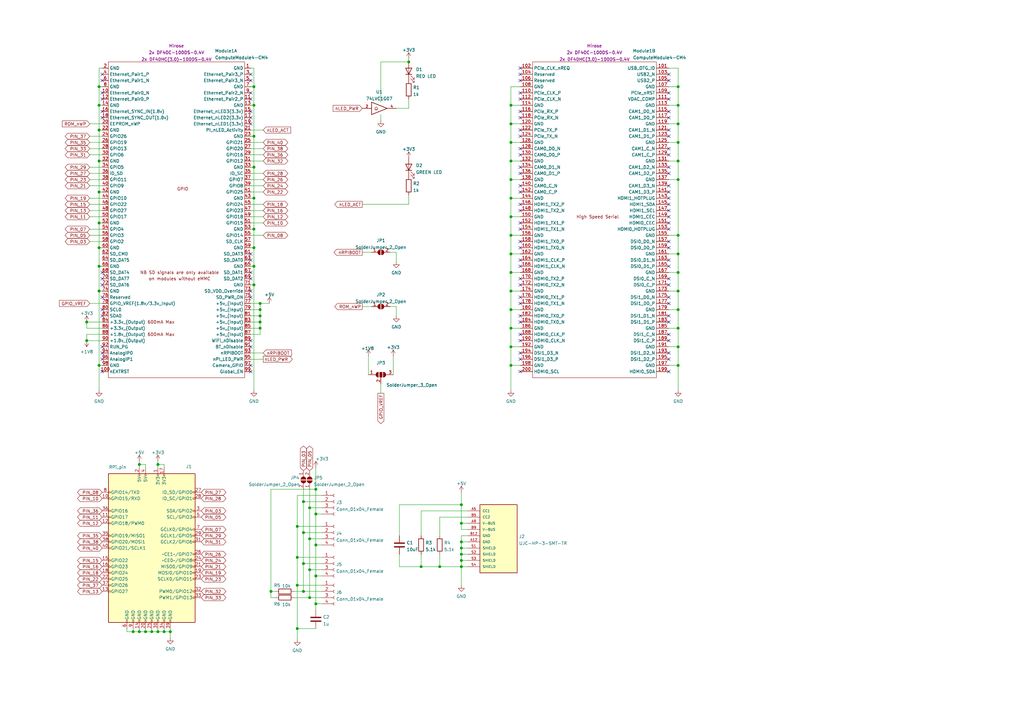
<source format=kicad_sch>
(kicad_sch (version 20210621) (generator eeschema)
  (paper "A3")
  (junction (at 35.56 132.08) (diameter 1.016))
  (junction (at 35.56 139.7) (diameter 1.016))
  (junction (at 40.64 35.56) (diameter 1.016))
  (junction (at 40.64 43.18) (diameter 1.016))
  (junction (at 40.64 53.34) (diameter 1.016))
  (junction (at 40.64 66.04) (diameter 1.016))
  (junction (at 40.64 78.74) (diameter 1.016))
  (junction (at 40.64 91.44) (diameter 1.016))
  (junction (at 40.64 101.6) (diameter 1.016))
  (junction (at 40.64 109.22) (diameter 1.016))
  (junction (at 40.64 119.38) (diameter 1.016))
  (junction (at 40.64 149.86) (diameter 1.016))
  (junction (at 54.61 259.08) (diameter 1.016))
  (junction (at 57.15 190.5) (diameter 1.016))
  (junction (at 57.15 259.08) (diameter 1.016))
  (junction (at 59.69 259.08) (diameter 1.016))
  (junction (at 62.23 259.08) (diameter 1.016))
  (junction (at 64.77 190.5) (diameter 1.016))
  (junction (at 64.77 259.08) (diameter 1.016))
  (junction (at 67.31 259.08) (diameter 1.016))
  (junction (at 69.85 259.08) (diameter 1.016))
  (junction (at 104.14 35.56) (diameter 1.016))
  (junction (at 104.14 43.18) (diameter 1.016))
  (junction (at 104.14 55.88) (diameter 1.016))
  (junction (at 104.14 68.58) (diameter 1.016))
  (junction (at 104.14 81.28) (diameter 1.016))
  (junction (at 104.14 93.98) (diameter 1.016))
  (junction (at 104.14 101.6) (diameter 1.016))
  (junction (at 104.14 109.22) (diameter 1.016))
  (junction (at 104.14 116.84) (diameter 1.016))
  (junction (at 106.68 124.46) (diameter 1.016))
  (junction (at 106.68 127) (diameter 1.016))
  (junction (at 106.68 129.54) (diameter 1.016))
  (junction (at 106.68 132.08) (diameter 1.016))
  (junction (at 106.68 134.62) (diameter 1.016))
  (junction (at 111.125 242.57) (diameter 1.016))
  (junction (at 121.92 215.9) (diameter 1.016))
  (junction (at 121.92 228.6) (diameter 1.016))
  (junction (at 121.92 240.03) (diameter 1.016))
  (junction (at 121.92 257.81) (diameter 1.016))
  (junction (at 124.46 205.74) (diameter 1.016))
  (junction (at 124.46 218.44) (diameter 1.016))
  (junction (at 124.46 231.14) (diameter 1.016))
  (junction (at 124.46 242.57) (diameter 1.016))
  (junction (at 127 208.28) (diameter 1.016))
  (junction (at 127 220.98) (diameter 1.016))
  (junction (at 127 233.68) (diameter 1.016))
  (junction (at 127 245.11) (diameter 1.016))
  (junction (at 129.54 200.66) (diameter 1.016))
  (junction (at 129.54 210.82) (diameter 1.016))
  (junction (at 129.54 223.52) (diameter 1.016))
  (junction (at 129.54 236.22) (diameter 1.016))
  (junction (at 129.54 247.65) (diameter 1.016))
  (junction (at 167.64 25.4) (diameter 1.016))
  (junction (at 172.72 232.41) (diameter 1.016))
  (junction (at 180.34 232.41) (diameter 1.016))
  (junction (at 189.23 207.01) (diameter 1.016))
  (junction (at 189.23 214.63) (diameter 1.016))
  (junction (at 189.23 222.25) (diameter 1.016))
  (junction (at 189.23 224.79) (diameter 1.016))
  (junction (at 189.23 227.33) (diameter 1.016))
  (junction (at 189.23 229.87) (diameter 1.016))
  (junction (at 189.23 232.41) (diameter 1.016))
  (junction (at 209.55 43.18) (diameter 1.016))
  (junction (at 209.55 50.8) (diameter 1.016))
  (junction (at 209.55 58.42) (diameter 1.016))
  (junction (at 209.55 66.04) (diameter 1.016))
  (junction (at 209.55 73.66) (diameter 1.016))
  (junction (at 209.55 81.28) (diameter 1.016))
  (junction (at 209.55 88.9) (diameter 1.016))
  (junction (at 209.55 96.52) (diameter 1.016))
  (junction (at 209.55 104.14) (diameter 1.016))
  (junction (at 209.55 111.76) (diameter 1.016))
  (junction (at 209.55 119.38) (diameter 1.016))
  (junction (at 209.55 127) (diameter 1.016))
  (junction (at 209.55 134.62) (diameter 1.016))
  (junction (at 209.55 142.24) (diameter 1.016))
  (junction (at 209.55 149.86) (diameter 1.016))
  (junction (at 278.13 35.56) (diameter 1.016))
  (junction (at 278.13 43.18) (diameter 1.016))
  (junction (at 278.13 50.8) (diameter 1.016))
  (junction (at 278.13 58.42) (diameter 1.016))
  (junction (at 278.13 66.04) (diameter 1.016))
  (junction (at 278.13 73.66) (diameter 1.016))
  (junction (at 278.13 96.52) (diameter 1.016))
  (junction (at 278.13 104.14) (diameter 1.016))
  (junction (at 278.13 111.76) (diameter 1.016))
  (junction (at 278.13 119.38) (diameter 1.016))
  (junction (at 278.13 127) (diameter 1.016))
  (junction (at 278.13 134.62) (diameter 1.016))
  (junction (at 278.13 142.24) (diameter 1.016))
  (junction (at 278.13 149.86) (diameter 1.016))
  (no_connect (at 41.91 30.48))
  (no_connect (at 41.91 33.02))
  (no_connect (at 41.91 38.1))
  (no_connect (at 41.91 40.64))
  (no_connect (at 41.91 45.72))
  (no_connect (at 41.91 48.26))
  (no_connect (at 41.91 111.76))
  (no_connect (at 41.91 114.3))
  (no_connect (at 41.91 116.84))
  (no_connect (at 41.91 121.92))
  (no_connect (at 41.91 127))
  (no_connect (at 41.91 129.54))
  (no_connect (at 41.91 142.24))
  (no_connect (at 41.91 144.78))
  (no_connect (at 41.91 147.32))
  (no_connect (at 41.91 152.4))
  (no_connect (at 102.87 30.48))
  (no_connect (at 102.87 33.02))
  (no_connect (at 102.87 38.1))
  (no_connect (at 102.87 40.64))
  (no_connect (at 102.87 45.72))
  (no_connect (at 102.87 48.26))
  (no_connect (at 102.87 50.8))
  (no_connect (at 102.87 104.14))
  (no_connect (at 102.87 106.68))
  (no_connect (at 102.87 111.76))
  (no_connect (at 102.87 114.3))
  (no_connect (at 102.87 119.38))
  (no_connect (at 102.87 121.92))
  (no_connect (at 102.87 139.7))
  (no_connect (at 102.87 142.24))
  (no_connect (at 102.87 149.86))
  (no_connect (at 102.87 152.4))
  (no_connect (at 213.36 27.94))
  (no_connect (at 213.36 30.48))
  (no_connect (at 213.36 33.02))
  (no_connect (at 213.36 38.1))
  (no_connect (at 213.36 40.64))
  (no_connect (at 213.36 45.72))
  (no_connect (at 213.36 48.26))
  (no_connect (at 213.36 53.34))
  (no_connect (at 213.36 55.88))
  (no_connect (at 213.36 60.96))
  (no_connect (at 213.36 63.5))
  (no_connect (at 213.36 68.58))
  (no_connect (at 213.36 71.12))
  (no_connect (at 213.36 76.2))
  (no_connect (at 213.36 78.74))
  (no_connect (at 213.36 83.82))
  (no_connect (at 213.36 86.36))
  (no_connect (at 213.36 91.44))
  (no_connect (at 213.36 93.98))
  (no_connect (at 213.36 99.06))
  (no_connect (at 213.36 101.6))
  (no_connect (at 213.36 106.68))
  (no_connect (at 213.36 109.22))
  (no_connect (at 213.36 114.3))
  (no_connect (at 213.36 116.84))
  (no_connect (at 213.36 121.92))
  (no_connect (at 213.36 124.46))
  (no_connect (at 213.36 129.54))
  (no_connect (at 213.36 132.08))
  (no_connect (at 213.36 137.16))
  (no_connect (at 213.36 139.7))
  (no_connect (at 213.36 144.78))
  (no_connect (at 213.36 147.32))
  (no_connect (at 213.36 152.4))
  (no_connect (at 274.32 30.48))
  (no_connect (at 274.32 33.02))
  (no_connect (at 274.32 38.1))
  (no_connect (at 274.32 40.64))
  (no_connect (at 274.32 45.72))
  (no_connect (at 274.32 48.26))
  (no_connect (at 274.32 53.34))
  (no_connect (at 274.32 55.88))
  (no_connect (at 274.32 60.96))
  (no_connect (at 274.32 63.5))
  (no_connect (at 274.32 68.58))
  (no_connect (at 274.32 71.12))
  (no_connect (at 274.32 76.2))
  (no_connect (at 274.32 78.74))
  (no_connect (at 274.32 81.28))
  (no_connect (at 274.32 83.82))
  (no_connect (at 274.32 86.36))
  (no_connect (at 274.32 88.9))
  (no_connect (at 274.32 91.44))
  (no_connect (at 274.32 93.98))
  (no_connect (at 274.32 99.06))
  (no_connect (at 274.32 101.6))
  (no_connect (at 274.32 106.68))
  (no_connect (at 274.32 109.22))
  (no_connect (at 274.32 114.3))
  (no_connect (at 274.32 116.84))
  (no_connect (at 274.32 121.92))
  (no_connect (at 274.32 124.46))
  (no_connect (at 274.32 129.54))
  (no_connect (at 274.32 132.08))
  (no_connect (at 274.32 137.16))
  (no_connect (at 274.32 139.7))
  (no_connect (at 274.32 144.78))
  (no_connect (at 274.32 147.32))
  (no_connect (at 274.32 152.4))
  (wire (pts (xy 35.56 132.08) (xy 41.91 132.08)))
  (wire (pts (xy 35.56 134.62) (xy 35.56 132.08)))
  (wire (pts (xy 35.56 137.16) (xy 41.91 137.16)))
  (wire (pts (xy 35.56 139.7) (xy 35.56 137.16)))
  (wire (pts (xy 36.83 50.8) (xy 41.91 50.8)))
  (wire (pts (xy 36.83 55.88) (xy 41.91 55.88)))
  (wire (pts (xy 36.83 58.42) (xy 41.91 58.42)))
  (wire (pts (xy 36.83 60.96) (xy 41.91 60.96)))
  (wire (pts (xy 36.83 63.5) (xy 41.91 63.5)))
  (wire (pts (xy 36.83 68.58) (xy 41.91 68.58)))
  (wire (pts (xy 36.83 71.12) (xy 41.91 71.12)))
  (wire (pts (xy 36.83 73.66) (xy 41.91 73.66)))
  (wire (pts (xy 36.83 76.2) (xy 41.91 76.2)))
  (wire (pts (xy 36.83 81.28) (xy 41.91 81.28)))
  (wire (pts (xy 36.83 83.82) (xy 41.91 83.82)))
  (wire (pts (xy 36.83 86.36) (xy 41.91 86.36)))
  (wire (pts (xy 36.83 88.9) (xy 41.91 88.9)))
  (wire (pts (xy 36.83 93.98) (xy 41.91 93.98)))
  (wire (pts (xy 36.83 96.52) (xy 41.91 96.52)))
  (wire (pts (xy 36.83 99.06) (xy 41.91 99.06)))
  (wire (pts (xy 36.83 124.46) (xy 41.91 124.46)))
  (wire (pts (xy 40.64 27.94) (xy 40.64 35.56)))
  (wire (pts (xy 40.64 35.56) (xy 40.64 43.18)))
  (wire (pts (xy 40.64 35.56) (xy 41.91 35.56)))
  (wire (pts (xy 40.64 43.18) (xy 40.64 53.34)))
  (wire (pts (xy 40.64 43.18) (xy 41.91 43.18)))
  (wire (pts (xy 40.64 53.34) (xy 40.64 66.04)))
  (wire (pts (xy 40.64 53.34) (xy 41.91 53.34)))
  (wire (pts (xy 40.64 66.04) (xy 40.64 78.74)))
  (wire (pts (xy 40.64 66.04) (xy 41.91 66.04)))
  (wire (pts (xy 40.64 78.74) (xy 40.64 91.44)))
  (wire (pts (xy 40.64 78.74) (xy 41.91 78.74)))
  (wire (pts (xy 40.64 91.44) (xy 40.64 101.6)))
  (wire (pts (xy 40.64 91.44) (xy 41.91 91.44)))
  (wire (pts (xy 40.64 101.6) (xy 40.64 109.22)))
  (wire (pts (xy 40.64 101.6) (xy 41.91 101.6)))
  (wire (pts (xy 40.64 109.22) (xy 40.64 119.38)))
  (wire (pts (xy 40.64 109.22) (xy 41.91 109.22)))
  (wire (pts (xy 40.64 119.38) (xy 40.64 149.86)))
  (wire (pts (xy 40.64 119.38) (xy 41.91 119.38)))
  (wire (pts (xy 40.64 149.86) (xy 40.64 160.02)))
  (wire (pts (xy 40.64 149.86) (xy 41.91 149.86)))
  (wire (pts (xy 41.91 27.94) (xy 40.64 27.94)))
  (wire (pts (xy 41.91 134.62) (xy 35.56 134.62)))
  (wire (pts (xy 41.91 139.7) (xy 35.56 139.7)))
  (wire (pts (xy 52.07 259.08) (xy 52.07 257.81)))
  (wire (pts (xy 54.61 257.81) (xy 54.61 259.08)))
  (wire (pts (xy 54.61 259.08) (xy 52.07 259.08)))
  (wire (pts (xy 57.15 189.23) (xy 57.15 190.5)))
  (wire (pts (xy 57.15 190.5) (xy 57.15 191.77)))
  (wire (pts (xy 57.15 257.81) (xy 57.15 259.08)))
  (wire (pts (xy 57.15 259.08) (xy 54.61 259.08)))
  (wire (pts (xy 59.69 190.5) (xy 57.15 190.5)))
  (wire (pts (xy 59.69 191.77) (xy 59.69 190.5)))
  (wire (pts (xy 59.69 257.81) (xy 59.69 259.08)))
  (wire (pts (xy 59.69 259.08) (xy 57.15 259.08)))
  (wire (pts (xy 62.23 257.81) (xy 62.23 259.08)))
  (wire (pts (xy 62.23 259.08) (xy 59.69 259.08)))
  (wire (pts (xy 64.77 189.23) (xy 64.77 190.5)))
  (wire (pts (xy 64.77 190.5) (xy 64.77 191.77)))
  (wire (pts (xy 64.77 190.5) (xy 67.31 190.5)))
  (wire (pts (xy 64.77 257.81) (xy 64.77 259.08)))
  (wire (pts (xy 64.77 259.08) (xy 62.23 259.08)))
  (wire (pts (xy 67.31 190.5) (xy 67.31 191.77)))
  (wire (pts (xy 67.31 257.81) (xy 67.31 259.08)))
  (wire (pts (xy 67.31 259.08) (xy 64.77 259.08)))
  (wire (pts (xy 69.85 257.81) (xy 69.85 259.08)))
  (wire (pts (xy 69.85 259.08) (xy 67.31 259.08)))
  (wire (pts (xy 69.85 259.08) (xy 69.85 261.62)))
  (wire (pts (xy 102.87 27.94) (xy 104.14 27.94)))
  (wire (pts (xy 102.87 35.56) (xy 104.14 35.56)))
  (wire (pts (xy 102.87 53.34) (xy 107.95 53.34)))
  (wire (pts (xy 102.87 55.88) (xy 104.14 55.88)))
  (wire (pts (xy 102.87 58.42) (xy 107.95 58.42)))
  (wire (pts (xy 102.87 60.96) (xy 107.95 60.96)))
  (wire (pts (xy 102.87 63.5) (xy 107.95 63.5)))
  (wire (pts (xy 102.87 66.04) (xy 107.95 66.04)))
  (wire (pts (xy 102.87 68.58) (xy 104.14 68.58)))
  (wire (pts (xy 102.87 71.12) (xy 107.95 71.12)))
  (wire (pts (xy 102.87 73.66) (xy 107.95 73.66)))
  (wire (pts (xy 102.87 76.2) (xy 107.95 76.2)))
  (wire (pts (xy 102.87 78.74) (xy 107.95 78.74)))
  (wire (pts (xy 102.87 81.28) (xy 104.14 81.28)))
  (wire (pts (xy 102.87 83.82) (xy 107.95 83.82)))
  (wire (pts (xy 102.87 86.36) (xy 107.95 86.36)))
  (wire (pts (xy 102.87 88.9) (xy 107.95 88.9)))
  (wire (pts (xy 102.87 91.44) (xy 107.95 91.44)))
  (wire (pts (xy 102.87 93.98) (xy 104.14 93.98)))
  (wire (pts (xy 102.87 96.52) (xy 107.95 96.52)))
  (wire (pts (xy 102.87 101.6) (xy 104.14 101.6)))
  (wire (pts (xy 102.87 109.22) (xy 104.14 109.22)))
  (wire (pts (xy 102.87 124.46) (xy 106.68 124.46)))
  (wire (pts (xy 102.87 127) (xy 106.68 127)))
  (wire (pts (xy 102.87 129.54) (xy 106.68 129.54)))
  (wire (pts (xy 102.87 132.08) (xy 106.68 132.08)))
  (wire (pts (xy 102.87 134.62) (xy 106.68 134.62)))
  (wire (pts (xy 102.87 144.78) (xy 107.95 144.78)))
  (wire (pts (xy 102.87 147.32) (xy 107.95 147.32)))
  (wire (pts (xy 104.14 27.94) (xy 104.14 35.56)))
  (wire (pts (xy 104.14 35.56) (xy 104.14 43.18)))
  (wire (pts (xy 104.14 43.18) (xy 102.87 43.18)))
  (wire (pts (xy 104.14 43.18) (xy 104.14 55.88)))
  (wire (pts (xy 104.14 55.88) (xy 104.14 68.58)))
  (wire (pts (xy 104.14 68.58) (xy 104.14 81.28)))
  (wire (pts (xy 104.14 81.28) (xy 104.14 93.98)))
  (wire (pts (xy 104.14 93.98) (xy 104.14 101.6)))
  (wire (pts (xy 104.14 101.6) (xy 104.14 109.22)))
  (wire (pts (xy 104.14 109.22) (xy 104.14 116.84)))
  (wire (pts (xy 104.14 116.84) (xy 102.87 116.84)))
  (wire (pts (xy 104.14 116.84) (xy 104.14 160.02)))
  (wire (pts (xy 106.68 124.46) (xy 106.68 127)))
  (wire (pts (xy 106.68 124.46) (xy 110.49 124.46)))
  (wire (pts (xy 106.68 127) (xy 106.68 129.54)))
  (wire (pts (xy 106.68 129.54) (xy 106.68 132.08)))
  (wire (pts (xy 106.68 132.08) (xy 106.68 134.62)))
  (wire (pts (xy 106.68 134.62) (xy 106.68 137.16)))
  (wire (pts (xy 106.68 137.16) (xy 102.87 137.16)))
  (wire (pts (xy 111.125 200.66) (xy 111.125 242.57)))
  (wire (pts (xy 111.125 200.66) (xy 129.54 200.66)))
  (wire (pts (xy 111.125 242.57) (xy 111.125 245.11)))
  (wire (pts (xy 111.125 242.57) (xy 113.03 242.57)))
  (wire (pts (xy 111.125 245.11) (xy 113.03 245.11)))
  (wire (pts (xy 120.65 242.57) (xy 124.46 242.57)))
  (wire (pts (xy 120.65 245.11) (xy 127 245.11)))
  (wire (pts (xy 121.92 203.2) (xy 121.92 215.9)))
  (wire (pts (xy 121.92 215.9) (xy 121.92 228.6)))
  (wire (pts (xy 121.92 215.9) (xy 132.08 215.9)))
  (wire (pts (xy 121.92 228.6) (xy 121.92 240.03)))
  (wire (pts (xy 121.92 228.6) (xy 132.08 228.6)))
  (wire (pts (xy 121.92 240.03) (xy 121.92 257.81)))
  (wire (pts (xy 121.92 240.03) (xy 132.08 240.03)))
  (wire (pts (xy 121.92 257.81) (xy 121.92 262.255)))
  (wire (pts (xy 121.92 257.81) (xy 129.54 257.81)))
  (wire (pts (xy 124.46 200.66) (xy 124.46 205.74)))
  (wire (pts (xy 124.46 205.74) (xy 124.46 218.44)))
  (wire (pts (xy 124.46 218.44) (xy 124.46 231.14)))
  (wire (pts (xy 124.46 231.14) (xy 124.46 242.57)))
  (wire (pts (xy 124.46 231.14) (xy 132.08 231.14)))
  (wire (pts (xy 124.46 242.57) (xy 132.08 242.57)))
  (wire (pts (xy 127 200.66) (xy 127 208.28)))
  (wire (pts (xy 127 208.28) (xy 132.08 208.28)))
  (wire (pts (xy 127 220.98) (xy 127 208.28)))
  (wire (pts (xy 127 220.98) (xy 132.08 220.98)))
  (wire (pts (xy 127 233.68) (xy 127 220.98)))
  (wire (pts (xy 127 233.68) (xy 127 245.11)))
  (wire (pts (xy 127 233.68) (xy 132.08 233.68)))
  (wire (pts (xy 129.54 191.77) (xy 129.54 200.66)))
  (wire (pts (xy 129.54 200.66) (xy 129.54 210.82)))
  (wire (pts (xy 129.54 210.82) (xy 129.54 223.52)))
  (wire (pts (xy 129.54 223.52) (xy 129.54 236.22)))
  (wire (pts (xy 129.54 223.52) (xy 132.08 223.52)))
  (wire (pts (xy 129.54 236.22) (xy 129.54 247.65)))
  (wire (pts (xy 129.54 236.22) (xy 132.08 236.22)))
  (wire (pts (xy 129.54 247.65) (xy 129.54 250.19)))
  (wire (pts (xy 129.54 247.65) (xy 132.08 247.65)))
  (wire (pts (xy 132.08 203.2) (xy 121.92 203.2)))
  (wire (pts (xy 132.08 205.74) (xy 124.46 205.74)))
  (wire (pts (xy 132.08 210.82) (xy 129.54 210.82)))
  (wire (pts (xy 132.08 218.44) (xy 124.46 218.44)))
  (wire (pts (xy 132.08 245.11) (xy 127 245.11)))
  (wire (pts (xy 148.59 83.82) (xy 167.64 83.82)))
  (wire (pts (xy 148.59 103.505) (xy 152.4 103.505)))
  (wire (pts (xy 148.59 125.73) (xy 152.4 125.73)))
  (wire (pts (xy 151.13 146.05) (xy 151.13 153.67)))
  (wire (pts (xy 156.21 25.4) (xy 156.21 41.91)))
  (wire (pts (xy 156.21 25.4) (xy 167.64 25.4)))
  (wire (pts (xy 156.21 46.99) (xy 156.21 49.53)))
  (wire (pts (xy 156.21 157.48) (xy 156.21 161.29)))
  (wire (pts (xy 160.02 103.505) (xy 162.56 103.505)))
  (wire (pts (xy 160.02 125.73) (xy 162.56 125.73)))
  (wire (pts (xy 161.29 146.05) (xy 161.29 153.67)))
  (wire (pts (xy 162.56 44.45) (xy 167.64 44.45)))
  (wire (pts (xy 162.56 103.505) (xy 162.56 107.315)))
  (wire (pts (xy 162.56 125.73) (xy 162.56 129.54)))
  (wire (pts (xy 163.83 207.01) (xy 163.83 219.71)))
  (wire (pts (xy 163.83 207.01) (xy 189.23 207.01)))
  (wire (pts (xy 163.83 227.33) (xy 163.83 232.41)))
  (wire (pts (xy 163.83 232.41) (xy 172.72 232.41)))
  (wire (pts (xy 167.64 24.13) (xy 167.64 25.4)))
  (wire (pts (xy 167.64 44.45) (xy 167.64 40.64)))
  (wire (pts (xy 167.64 80.01) (xy 167.64 83.82)))
  (wire (pts (xy 172.72 209.55) (xy 172.72 219.71)))
  (wire (pts (xy 172.72 227.33) (xy 172.72 232.41)))
  (wire (pts (xy 172.72 232.41) (xy 180.34 232.41)))
  (wire (pts (xy 180.34 212.09) (xy 180.34 219.71)))
  (wire (pts (xy 180.34 227.33) (xy 180.34 232.41)))
  (wire (pts (xy 180.34 232.41) (xy 189.23 232.41)))
  (wire (pts (xy 189.23 201.93) (xy 189.23 207.01)))
  (wire (pts (xy 189.23 207.01) (xy 189.23 214.63)))
  (wire (pts (xy 189.23 214.63) (xy 189.23 217.17)))
  (wire (pts (xy 189.23 214.63) (xy 191.77 214.63)))
  (wire (pts (xy 189.23 217.17) (xy 191.77 217.17)))
  (wire (pts (xy 189.23 219.71) (xy 189.23 222.25)))
  (wire (pts (xy 189.23 222.25) (xy 189.23 224.79)))
  (wire (pts (xy 189.23 222.25) (xy 191.77 222.25)))
  (wire (pts (xy 189.23 224.79) (xy 189.23 227.33)))
  (wire (pts (xy 189.23 224.79) (xy 191.77 224.79)))
  (wire (pts (xy 189.23 227.33) (xy 189.23 229.87)))
  (wire (pts (xy 189.23 227.33) (xy 191.77 227.33)))
  (wire (pts (xy 189.23 229.87) (xy 189.23 232.41)))
  (wire (pts (xy 189.23 229.87) (xy 191.77 229.87)))
  (wire (pts (xy 189.23 232.41) (xy 189.23 240.03)))
  (wire (pts (xy 189.23 232.41) (xy 191.77 232.41)))
  (wire (pts (xy 191.77 209.55) (xy 172.72 209.55)))
  (wire (pts (xy 191.77 212.09) (xy 180.34 212.09)))
  (wire (pts (xy 191.77 219.71) (xy 189.23 219.71)))
  (wire (pts (xy 209.55 35.56) (xy 209.55 43.18)))
  (wire (pts (xy 209.55 43.18) (xy 209.55 50.8)))
  (wire (pts (xy 209.55 43.18) (xy 213.36 43.18)))
  (wire (pts (xy 209.55 50.8) (xy 209.55 58.42)))
  (wire (pts (xy 209.55 58.42) (xy 209.55 66.04)))
  (wire (pts (xy 209.55 58.42) (xy 213.36 58.42)))
  (wire (pts (xy 209.55 66.04) (xy 209.55 73.66)))
  (wire (pts (xy 209.55 73.66) (xy 209.55 81.28)))
  (wire (pts (xy 209.55 73.66) (xy 213.36 73.66)))
  (wire (pts (xy 209.55 81.28) (xy 209.55 88.9)))
  (wire (pts (xy 209.55 81.28) (xy 213.36 81.28)))
  (wire (pts (xy 209.55 88.9) (xy 209.55 96.52)))
  (wire (pts (xy 209.55 88.9) (xy 213.36 88.9)))
  (wire (pts (xy 209.55 96.52) (xy 209.55 104.14)))
  (wire (pts (xy 209.55 96.52) (xy 213.36 96.52)))
  (wire (pts (xy 209.55 104.14) (xy 209.55 111.76)))
  (wire (pts (xy 209.55 104.14) (xy 213.36 104.14)))
  (wire (pts (xy 209.55 111.76) (xy 209.55 119.38)))
  (wire (pts (xy 209.55 119.38) (xy 209.55 127)))
  (wire (pts (xy 209.55 119.38) (xy 213.36 119.38)))
  (wire (pts (xy 209.55 127) (xy 209.55 134.62)))
  (wire (pts (xy 209.55 127) (xy 213.36 127)))
  (wire (pts (xy 209.55 134.62) (xy 209.55 142.24)))
  (wire (pts (xy 209.55 134.62) (xy 213.36 134.62)))
  (wire (pts (xy 209.55 142.24) (xy 209.55 149.86)))
  (wire (pts (xy 209.55 142.24) (xy 213.36 142.24)))
  (wire (pts (xy 209.55 149.86) (xy 209.55 160.02)))
  (wire (pts (xy 209.55 149.86) (xy 213.36 149.86)))
  (wire (pts (xy 213.36 35.56) (xy 209.55 35.56)))
  (wire (pts (xy 213.36 50.8) (xy 209.55 50.8)))
  (wire (pts (xy 213.36 66.04) (xy 209.55 66.04)))
  (wire (pts (xy 213.36 111.76) (xy 209.55 111.76)))
  (wire (pts (xy 274.32 43.18) (xy 278.13 43.18)))
  (wire (pts (xy 274.32 50.8) (xy 278.13 50.8)))
  (wire (pts (xy 274.32 58.42) (xy 278.13 58.42)))
  (wire (pts (xy 274.32 66.04) (xy 278.13 66.04)))
  (wire (pts (xy 274.32 73.66) (xy 278.13 73.66)))
  (wire (pts (xy 274.32 96.52) (xy 278.13 96.52)))
  (wire (pts (xy 274.32 104.14) (xy 278.13 104.14)))
  (wire (pts (xy 274.32 111.76) (xy 278.13 111.76)))
  (wire (pts (xy 274.32 119.38) (xy 278.13 119.38)))
  (wire (pts (xy 274.32 127) (xy 278.13 127)))
  (wire (pts (xy 274.32 134.62) (xy 278.13 134.62)))
  (wire (pts (xy 274.32 142.24) (xy 278.13 142.24)))
  (wire (pts (xy 274.32 149.86) (xy 278.13 149.86)))
  (wire (pts (xy 278.13 27.94) (xy 274.32 27.94)))
  (wire (pts (xy 278.13 35.56) (xy 274.32 35.56)))
  (wire (pts (xy 278.13 35.56) (xy 278.13 27.94)))
  (wire (pts (xy 278.13 35.56) (xy 278.13 43.18)))
  (wire (pts (xy 278.13 43.18) (xy 278.13 50.8)))
  (wire (pts (xy 278.13 50.8) (xy 278.13 58.42)))
  (wire (pts (xy 278.13 58.42) (xy 278.13 66.04)))
  (wire (pts (xy 278.13 66.04) (xy 278.13 73.66)))
  (wire (pts (xy 278.13 73.66) (xy 278.13 96.52)))
  (wire (pts (xy 278.13 96.52) (xy 278.13 104.14)))
  (wire (pts (xy 278.13 104.14) (xy 278.13 111.76)))
  (wire (pts (xy 278.13 111.76) (xy 278.13 119.38)))
  (wire (pts (xy 278.13 119.38) (xy 278.13 127)))
  (wire (pts (xy 278.13 127) (xy 278.13 134.62)))
  (wire (pts (xy 278.13 134.62) (xy 278.13 142.24)))
  (wire (pts (xy 278.13 142.24) (xy 278.13 149.86)))
  (wire (pts (xy 278.13 149.86) (xy 278.13 160.02)))
  (global_label "ROM_nWP" (shape input) (at 36.83 50.8 180) (property "Intersheet References" "${INTERSHEET_REFS}" (effects hide)))
  (global_label "PIN_37" (shape bidirectional) (at 36.83 55.88 180) (property "Intersheet References" "${INTERSHEET_REFS}" (effects hide)))
  (global_label "PIN_35" (shape bidirectional) (at 36.83 58.42 180) (property "Intersheet References" "${INTERSHEET_REFS}" (effects hide)))
  (global_label "PIN_33" (shape bidirectional) (at 36.83 60.96 180) (property "Intersheet References" "${INTERSHEET_REFS}" (effects hide)))
  (global_label "PIN_31" (shape bidirectional) (at 36.83 63.5 180) (property "Intersheet References" "${INTERSHEET_REFS}" (effects hide)))
  (global_label "PIN_29" (shape bidirectional) (at 36.83 68.58 180) (property "Intersheet References" "${INTERSHEET_REFS}" (effects hide)))
  (global_label "PIN_27" (shape bidirectional) (at 36.83 71.12 180) (property "Intersheet References" "${INTERSHEET_REFS}" (effects hide)))
  (global_label "PIN_23" (shape bidirectional) (at 36.83 73.66 180) (property "Intersheet References" "${INTERSHEET_REFS}" (effects hide)))
  (global_label "PIN_21" (shape bidirectional) (at 36.83 76.2 180) (property "Intersheet References" "${INTERSHEET_REFS}" (effects hide)))
  (global_label "PIN_19" (shape bidirectional) (at 36.83 81.28 180) (property "Intersheet References" "${INTERSHEET_REFS}" (effects hide)))
  (global_label "PIN_15" (shape bidirectional) (at 36.83 83.82 180) (property "Intersheet References" "${INTERSHEET_REFS}" (effects hide)))
  (global_label "PIN_13" (shape bidirectional) (at 36.83 86.36 180) (property "Intersheet References" "${INTERSHEET_REFS}" (effects hide)))
  (global_label "PIN_11" (shape bidirectional) (at 36.83 88.9 180) (property "Intersheet References" "${INTERSHEET_REFS}" (effects hide)))
  (global_label "PIN_07" (shape bidirectional) (at 36.83 93.98 180) (property "Intersheet References" "${INTERSHEET_REFS}" (effects hide)))
  (global_label "PIN_05" (shape bidirectional) (at 36.83 96.52 180) (property "Intersheet References" "${INTERSHEET_REFS}" (effects hide)))
  (global_label "PIN_03" (shape bidirectional) (at 36.83 99.06 180) (property "Intersheet References" "${INTERSHEET_REFS}" (effects hide)))
  (global_label "GPIO_VREF" (shape input) (at 36.83 124.46 180) (property "Intersheet References" "${INTERSHEET_REFS}" (effects hide)))
  (global_label "PIN_08" (shape bidirectional) (at 41.91 201.93 180) (property "Intersheet References" "${INTERSHEET_REFS}" (effects hide)))
  (global_label "PIN_10" (shape bidirectional) (at 41.91 204.47 180) (property "Intersheet References" "${INTERSHEET_REFS}" (effects hide)))
  (global_label "PIN_36" (shape bidirectional) (at 41.91 209.55 180) (property "Intersheet References" "${INTERSHEET_REFS}" (effects hide)))
  (global_label "PIN_11" (shape bidirectional) (at 41.91 212.09 180) (property "Intersheet References" "${INTERSHEET_REFS}" (effects hide)))
  (global_label "PIN_12" (shape bidirectional) (at 41.91 214.63 180) (property "Intersheet References" "${INTERSHEET_REFS}" (effects hide)))
  (global_label "PIN_35" (shape bidirectional) (at 41.91 219.71 180) (property "Intersheet References" "${INTERSHEET_REFS}" (effects hide)))
  (global_label "PIN_38" (shape bidirectional) (at 41.91 222.25 180) (property "Intersheet References" "${INTERSHEET_REFS}" (effects hide)))
  (global_label "PIN_40" (shape bidirectional) (at 41.91 224.79 180) (property "Intersheet References" "${INTERSHEET_REFS}" (effects hide)))
  (global_label "PIN_15" (shape bidirectional) (at 41.91 229.87 180) (property "Intersheet References" "${INTERSHEET_REFS}" (effects hide)))
  (global_label "PIN_16" (shape bidirectional) (at 41.91 232.41 180) (property "Intersheet References" "${INTERSHEET_REFS}" (effects hide)))
  (global_label "PIN_18" (shape bidirectional) (at 41.91 234.95 180) (property "Intersheet References" "${INTERSHEET_REFS}" (effects hide)))
  (global_label "PIN_22" (shape bidirectional) (at 41.91 237.49 180) (property "Intersheet References" "${INTERSHEET_REFS}" (effects hide)))
  (global_label "PIN_37" (shape bidirectional) (at 41.91 240.03 180) (property "Intersheet References" "${INTERSHEET_REFS}" (effects hide)))
  (global_label "PIN_13" (shape bidirectional) (at 41.91 242.57 180) (property "Intersheet References" "${INTERSHEET_REFS}" (effects hide)))
  (global_label "PIN_27" (shape bidirectional) (at 82.55 201.93 0) (property "Intersheet References" "${INTERSHEET_REFS}" (effects hide)))
  (global_label "PIN_28" (shape bidirectional) (at 82.55 204.47 0) (property "Intersheet References" "${INTERSHEET_REFS}" (effects hide)))
  (global_label "PIN_03" (shape bidirectional) (at 82.55 209.55 0) (property "Intersheet References" "${INTERSHEET_REFS}" (effects hide)))
  (global_label "PIN_05" (shape bidirectional) (at 82.55 212.09 0) (property "Intersheet References" "${INTERSHEET_REFS}" (effects hide)))
  (global_label "PIN_07" (shape bidirectional) (at 82.55 217.17 0) (property "Intersheet References" "${INTERSHEET_REFS}" (effects hide)))
  (global_label "PIN_29" (shape bidirectional) (at 82.55 219.71 0) (property "Intersheet References" "${INTERSHEET_REFS}" (effects hide)))
  (global_label "PIN_31" (shape bidirectional) (at 82.55 222.25 0) (property "Intersheet References" "${INTERSHEET_REFS}" (effects hide)))
  (global_label "PIN_26" (shape bidirectional) (at 82.55 227.33 0) (property "Intersheet References" "${INTERSHEET_REFS}" (effects hide)))
  (global_label "PIN_24" (shape bidirectional) (at 82.55 229.87 0) (property "Intersheet References" "${INTERSHEET_REFS}" (effects hide)))
  (global_label "PIN_21" (shape bidirectional) (at 82.55 232.41 0) (property "Intersheet References" "${INTERSHEET_REFS}" (effects hide)))
  (global_label "PIN_19" (shape bidirectional) (at 82.55 234.95 0) (property "Intersheet References" "${INTERSHEET_REFS}" (effects hide)))
  (global_label "PIN_23" (shape bidirectional) (at 82.55 237.49 0) (property "Intersheet References" "${INTERSHEET_REFS}" (effects hide)))
  (global_label "PIN_32" (shape bidirectional) (at 82.55 242.57 0) (property "Intersheet References" "${INTERSHEET_REFS}" (effects hide)))
  (global_label "PIN_33" (shape bidirectional) (at 82.55 245.11 0) (property "Intersheet References" "${INTERSHEET_REFS}" (effects hide)))
  (global_label "nLED_ACT" (shape input) (at 107.95 53.34 0) (property "Intersheet References" "${INTERSHEET_REFS}" (effects hide)))
  (global_label "PIN_40" (shape bidirectional) (at 107.95 58.42 0) (property "Intersheet References" "${INTERSHEET_REFS}" (effects hide)))
  (global_label "PIN_38" (shape bidirectional) (at 107.95 60.96 0) (property "Intersheet References" "${INTERSHEET_REFS}" (effects hide)))
  (global_label "PIN_36" (shape bidirectional) (at 107.95 63.5 0) (property "Intersheet References" "${INTERSHEET_REFS}" (effects hide)))
  (global_label "PIN_32" (shape bidirectional) (at 107.95 66.04 0) (property "Intersheet References" "${INTERSHEET_REFS}" (effects hide)))
  (global_label "PIN_28" (shape bidirectional) (at 107.95 71.12 0) (property "Intersheet References" "${INTERSHEET_REFS}" (effects hide)))
  (global_label "PIN_26" (shape bidirectional) (at 107.95 73.66 0) (property "Intersheet References" "${INTERSHEET_REFS}" (effects hide)))
  (global_label "PIN_24" (shape bidirectional) (at 107.95 76.2 0) (property "Intersheet References" "${INTERSHEET_REFS}" (effects hide)))
  (global_label "PIN_22" (shape bidirectional) (at 107.95 78.74 0) (property "Intersheet References" "${INTERSHEET_REFS}" (effects hide)))
  (global_label "PIN_18" (shape bidirectional) (at 107.95 83.82 0) (property "Intersheet References" "${INTERSHEET_REFS}" (effects hide)))
  (global_label "PIN_16" (shape bidirectional) (at 107.95 86.36 0) (property "Intersheet References" "${INTERSHEET_REFS}" (effects hide)))
  (global_label "PIN_12" (shape bidirectional) (at 107.95 88.9 0) (property "Intersheet References" "${INTERSHEET_REFS}" (effects hide)))
  (global_label "PIN_10" (shape bidirectional) (at 107.95 91.44 0) (property "Intersheet References" "${INTERSHEET_REFS}" (effects hide)))
  (global_label "PIN_08" (shape bidirectional) (at 107.95 96.52 0) (property "Intersheet References" "${INTERSHEET_REFS}" (effects hide)))
  (global_label "nRPIBOOT" (shape input) (at 107.95 144.78 0) (property "Intersheet References" "${INTERSHEET_REFS}" (effects hide)))
  (global_label "nLED_PWR" (shape output) (at 107.95 147.32 0) (property "Intersheet References" "${INTERSHEET_REFS}" (effects hide)))
  (global_label "PIN_03" (shape bidirectional) (at 124.46 193.04 90) (property "Intersheet References" "${INTERSHEET_REFS}" (effects hide)))
  (global_label "PIN_05" (shape bidirectional) (at 127 193.04 90) (property "Intersheet References" "${INTERSHEET_REFS}" (effects hide)))
  (global_label "nLED_PWR" (shape input) (at 148.59 44.45 180) (property "Intersheet References" "${INTERSHEET_REFS}" (effects hide)))
  (global_label "nLED_ACT" (shape output) (at 148.59 83.82 180) (property "Intersheet References" "${INTERSHEET_REFS}" (effects hide)))
  (global_label "nRPIBOOT" (shape output) (at 148.59 103.505 180) (property "Intersheet References" "${INTERSHEET_REFS}" (effects hide)))
  (global_label "ROM_nWP" (shape output) (at 148.59 125.73 180) (property "Intersheet References" "${INTERSHEET_REFS}" (effects hide)))
  (global_label "GPIO_VREF" (shape output) (at 156.21 161.29 270) (property "Intersheet References" "${INTERSHEET_REFS}" (effects hide)))
  (symbol (lib_id "power:+3V3") (at 35.56 132.08 0) (unit 1)
    (property "Reference" "#PWR07" (effects hide))
    (property "Value" "+3V3" (at 35.56 128.4754 0))
  )
  (symbol (lib_id "power:+1V8") (at 35.56 139.7 180) (unit 1)
    (property "Reference" "#PWR08" (effects hide))
    (property "Value" "+1V8" (at 35.56 144.2626 0))
  )
  (symbol (lib_id "power:+5V") (at 57.15 189.23 0) (unit 1)
    (property "Reference" "#PWR015" (effects hide))
    (property "Value" "+5V" (at 57.15 185.6254 0))
  )
  (symbol (lib_id "power:+3.3V") (at 64.77 189.23 0) (unit 1)
    (property "Reference" "#PWR016" (effects hide))
    (property "Value" "+3.3V" (at 64.77 185.6254 0))
  )
  (symbol (lib_id "power:+5V") (at 110.49 124.46 0) (unit 1)
    (property "Reference" "#PWR05" (effects hide))
    (property "Value" "+5V" (at 110.49 120.8554 0))
  )
  (symbol (lib_id "power:+3.3V") (at 129.54 191.77 0) (unit 1)
    (property "Reference" "#PWR020" (effects hide))
    (property "Value" "+3.3V" (at 132.08 188.1654 0))
  )
  (symbol (lib_id "power:+1V8") (at 151.13 146.05 0) (unit 1)
    (property "Reference" "#PWR0101" (effects hide))
    (property "Value" "+1V8" (at 148.0821 142.9095 0) (effects (justify left)))
  )
  (symbol (lib_id "power:+3V3") (at 161.29 146.05 0) (unit 1)
    (property "Reference" "#PWR010" (effects hide))
    (property "Value" "+3V3" (at 161.29 142.4454 0))
  )
  (symbol (lib_id "power:+3V3") (at 167.64 24.13 0) (unit 1)
    (property "Reference" "#PWR01" (effects hide))
    (property "Value" "+3V3" (at 167.64 20.5254 0))
  )
  (symbol (lib_id "power:+3V3") (at 167.64 64.77 0) (unit 1)
    (property "Reference" "#PWR03" (effects hide))
    (property "Value" "+3V3" (at 167.64 61.1654 0))
  )
  (symbol (lib_id "power:+5V") (at 189.23 201.93 0) (unit 1)
    (property "Reference" "#PWR018" (effects hide))
    (property "Value" "+5V" (at 189.23 198.3254 0))
  )
  (symbol (lib_id "power:GND") (at 40.64 160.02 0) (unit 1)
    (property "Reference" "#PWR011" (effects hide))
    (property "Value" "GND" (at 40.64 164.5826 0))
  )
  (symbol (lib_id "power:GND") (at 69.85 261.62 0) (unit 1)
    (property "Reference" "#PWR017" (effects hide))
    (property "Value" "GND" (at 69.85 266.1826 0))
  )
  (symbol (lib_id "power:GND") (at 104.14 160.02 0) (unit 1)
    (property "Reference" "#PWR012" (effects hide))
    (property "Value" "GND" (at 104.14 164.5826 0))
  )
  (symbol (lib_id "power:GND") (at 121.92 262.255 0) (unit 1)
    (property "Reference" "#PWR021" (effects hide))
    (property "Value" "GND" (at 121.92 266.8176 0))
  )
  (symbol (lib_id "power:GND") (at 156.21 49.53 0) (unit 1)
    (property "Reference" "#PWR02" (effects hide))
    (property "Value" "GND" (at 156.21 54.0926 0))
  )
  (symbol (lib_id "power:GND") (at 162.56 107.315 0) (unit 1)
    (property "Reference" "#PWR06" (effects hide))
    (property "Value" "GND" (at 162.56 111.8776 0))
  )
  (symbol (lib_id "power:GND") (at 162.56 129.54 0) (unit 1)
    (property "Reference" "#PWR04" (effects hide))
    (property "Value" "GND" (at 162.56 134.1026 0))
  )
  (symbol (lib_id "power:GND") (at 189.23 240.03 0) (unit 1)
    (property "Reference" "#PWR019" (effects hide))
    (property "Value" "GND" (at 189.23 244.5926 0))
  )
  (symbol (lib_id "power:GND") (at 209.55 160.02 0) (unit 1)
    (property "Reference" "#PWR013" (effects hide))
    (property "Value" "GND" (at 209.55 164.5826 0))
  )
  (symbol (lib_id "power:GND") (at 278.13 160.02 0) (unit 1)
    (property "Reference" "#PWR014" (effects hide))
    (property "Value" "GND" (at 278.13 164.5826 0))
  )
  (symbol (lib_id "Jumper:SolderJumper_2_Open") (at 124.46 196.85 270) (unit 1)
    (property "Reference" "JP4" (at 119.1261 195.9415 90) (effects (justify left)))
    (property "Value" "SolderJumper_2_Open" (at 101.9811 198.7166 90) (effects (justify left)))
    (property "Footprint" "Jumper:SolderJumper-2_P1.3mm_Open_RoundedPad1.0x1.5mm" (effects hide))
  )
  (symbol (lib_id "Jumper:SolderJumper_2_Open") (at 127 196.85 90) (unit 1)
    (property "Reference" "JP5" (at 128.6511 195.9415 90) (effects (justify right)))
    (property "Value" "SolderJumper_2_Open" (at 128.6511 198.7166 90) (effects (justify right)))
    (property "Footprint" "Jumper:SolderJumper-2_P1.3mm_Open_RoundedPad1.0x1.5mm" (effects hide))
  )
  (symbol (lib_id "Jumper:SolderJumper_2_Open") (at 156.21 103.505 0) (unit 1)
    (property "Reference" "JP1" (at 156.21 98.6494 0))
    (property "Value" "SolderJumper_2_Open" (at 156.21 101.4245 0))
    (property "Footprint" "Jumper:SolderJumper-2_P1.3mm_Open_RoundedPad1.0x1.5mm" (effects hide))
  )
  (symbol (lib_id "Jumper:SolderJumper_2_Open") (at 156.21 125.73 0) (unit 1)
    (property "Reference" "JP2" (at 156.21 120.8744 0))
    (property "Value" "SolderJumper_2_Open" (at 156.21 123.6495 0))
    (property "Footprint" "Jumper:SolderJumper-2_P1.3mm_Open_RoundedPad1.0x1.5mm" (effects hide))
  )
  (symbol (lib_id "Device:R") (at 116.84 242.57 90) (unit 1)
    (property "Reference" "R5" (at 113.665 240.1274 90))
    (property "Value" "10k" (at 117.475 240.3625 90))
    (property "Footprint" "Resistor_SMD:R_0805_2012Metric_Pad1.20x1.40mm_HandSolder" (effects hide))
  )
  (symbol (lib_id "Device:R") (at 116.84 245.11 90) (unit 1)
    (property "Reference" "R6" (at 113.665 247.7474 90))
    (property "Value" "10k" (at 117.475 247.9825 90))
    (property "Footprint" "Resistor_SMD:R_0805_2012Metric_Pad1.20x1.40mm_HandSolder" (effects hide))
  )
  (symbol (lib_id "Device:R") (at 167.64 36.83 0) (unit 1)
    (property "Reference" "R1" (at 169.4181 35.9215 0) (effects (justify left)))
    (property "Value" "1k" (at 169.4181 38.6966 0) (effects (justify left)))
    (property "Footprint" "Resistor_SMD:R_0805_2012Metric_Pad1.20x1.40mm_HandSolder" (effects hide))
  )
  (symbol (lib_id "Device:R") (at 167.64 76.2 0) (unit 1)
    (property "Reference" "R2" (at 169.4181 75.2915 0) (effects (justify left)))
    (property "Value" "1k" (at 169.4181 78.0666 0) (effects (justify left)))
    (property "Footprint" "Resistor_SMD:R_0805_2012Metric_Pad1.20x1.40mm_HandSolder" (effects hide))
  )
  (symbol (lib_id "Device:R") (at 172.72 223.52 0) (unit 1)
    (property "Reference" "R3" (at 174.4981 222.6115 0) (effects (justify left)))
    (property "Value" "5.1k" (at 174.4981 225.3866 0) (effects (justify left)))
    (property "Footprint" "Resistor_SMD:R_0805_2012Metric_Pad1.20x1.40mm_HandSolder" (effects hide))
  )
  (symbol (lib_id "Device:R") (at 180.34 223.52 0) (unit 1)
    (property "Reference" "R4" (at 182.1181 222.6115 0) (effects (justify left)))
    (property "Value" "5.1k" (at 182.1181 225.3866 0) (effects (justify left)))
    (property "Footprint" "Resistor_SMD:R_0805_2012Metric_Pad1.20x1.40mm_HandSolder" (effects hide))
  )
  (symbol (lib_id "Device:LED") (at 167.64 29.21 90) (unit 1)
    (property "Reference" "D1" (at 170.5611 28.492 90) (effects (justify right)))
    (property "Value" "RED LED" (at 170.5611 31.2671 90) (effects (justify right)))
    (property "Footprint" "LED_SMD:LED_0805_2012Metric_Pad1.15x1.40mm_HandSolder" (effects hide))
  )
  (symbol (lib_id "Device:LED") (at 167.64 68.58 90) (unit 1)
    (property "Reference" "D2" (at 170.5611 67.862 90) (effects (justify right)))
    (property "Value" "GREEN LED" (at 170.5611 70.6371 90) (effects (justify right)))
    (property "Footprint" "LED_SMD:LED_0805_2012Metric_Pad1.15x1.40mm_HandSolder" (effects hide))
  )
  (symbol (lib_id "Device:C") (at 129.54 254 0) (unit 1)
    (property "Reference" "C2" (at 132.4611 253.0915 0) (effects (justify left)))
    (property "Value" "1u" (at 132.4611 255.8666 0) (effects (justify left)))
    (property "Footprint" "Capacitor_SMD:C_0805_2012Metric_Pad1.18x1.45mm_HandSolder" (effects hide))
  )
  (symbol (lib_id "Device:C") (at 163.83 223.52 0) (unit 1)
    (property "Reference" "C1" (at 166.7511 222.6115 0) (effects (justify left)))
    (property "Value" "10uF" (at 166.7511 225.3866 0) (effects (justify left)))
    (property "Footprint" "Capacitor_SMD:C_1206_3216Metric_Pad1.33x1.80mm_HandSolder" (effects hide))
  )
  (symbol (lib_id "Connector:Conn_01x04_Female") (at 137.16 205.74 0) (unit 1)
    (property "Reference" "J3" (at 137.8713 206.1015 0) (effects (justify left)))
    (property "Value" "Conn_01x04_Female" (at 137.8713 208.8766 0) (effects (justify left)))
    (property "Footprint" "Connector_PinHeader_2.54mm:PinHeader_1x04_P2.54mm_Vertical" (effects hide))
  )
  (symbol (lib_id "Connector:Conn_01x04_Female") (at 137.16 218.44 0) (unit 1)
    (property "Reference" "J4" (at 137.8713 218.8015 0) (effects (justify left)))
    (property "Value" "Conn_01x04_Female" (at 137.8713 221.5766 0) (effects (justify left)))
    (property "Footprint" "Connector_PinHeader_2.54mm:PinHeader_1x04_P2.54mm_Vertical" (effects hide))
  )
  (symbol (lib_id "Connector:Conn_01x04_Female") (at 137.16 231.14 0) (unit 1)
    (property "Reference" "J5" (at 137.8713 231.5015 0) (effects (justify left)))
    (property "Value" "Conn_01x04_Female" (at 137.8713 234.2766 0) (effects (justify left)))
    (property "Footprint" "Connector_PinHeader_2.54mm:PinHeader_1x04_P2.54mm_Vertical" (effects hide))
  )
  (symbol (lib_id "Connector:Conn_01x04_Female") (at 137.16 242.57 0) (unit 1)
    (property "Reference" "J6" (at 137.8713 242.9315 0) (effects (justify left)))
    (property "Value" "Conn_01x04_Female" (at 137.8713 245.7066 0) (effects (justify left)))
    (property "Footprint" "Connector_PinHeader_2.54mm:PinHeader_1x04_P2.54mm_Vertical" (effects hide))
  )
  (symbol (lib_id "Jumper:SolderJumper_3_Open") (at 156.21 153.67 0) (unit 1)
    (property "Reference" "JP3" (at 156.21 148.8144 0))
    (property "Value" "SolderJumper_3_Open" (at 168.91 157.9395 0))
    (property "Footprint" "Jumper:SolderJumper-3_P1.3mm_Open_RoundedPad1.0x1.5mm" (effects hide))
  )
  (symbol (lib_id "74xGxx:74LVC1G07") (at 156.21 44.45 0) (unit 1)
    (property "Reference" "U1" (at 155.575 37.6894 0))
    (property "Value" "74LVC1G07" (at 155.575 40.4645 0))
    (property "Footprint" "Package_TO_SOT_SMD:SOT-353_SC-70-5_Handsoldering" (effects hide))
    (property "Datasheet" "http://www.ti.com/lit/sg/scyt129e/scyt129e.pdf" (effects hide))
  )
  (symbol (lib_id "CM4IO:UJC-HP-3-SMT-TR") (at 204.47 217.17 0) (unit 1)
    (property "Reference" "J2" (at 212.8521 220.0715 0) (effects (justify left)))
    (property "Value" "UJC-HP-3-SMT-TR" (at 212.8521 222.8466 0) (effects (justify left)))
    (property "Footprint" "CMIO:CUI_UJC-HP-3-SMT-TR" (effects hide))
  )
  (symbol (lib_id "CM4IO:RPi_pin") (at 62.23 224.79 0) (unit 1)
    (property "Reference" "J1" (at 77.47 191.3594 0))
    (property "Value" "RPi_pin" (at 48.26 191.5945 0))
    (property "Footprint" "Connector_PinHeader_2.54mm:PinHeader_2x20_P2.54mm_Vertical" (effects hide))
    (property "Datasheet" "https://www.raspberrypi.org/documentation/hardware/raspberrypi/schematics/rpi_SCH_3bplus_1p0_reduced.pdf" (effects hide))
  )
  (symbol (lib_id "CM4IO:ComputeModule4-CM4") (at 74.93 83.82 0) (unit 1)
    (property "Reference" "Module1" (at 92.71 20.855 0))
    (property "Value" "ComputeModule4-CM4" (at 99.06 23.6301 0))
    (property "Footprint" "CMIO:Raspberry-Pi-4-Compute-Module" (effects hide))
    (property "Manufacturer" "Hirose" (at 72.39 18.7852 0))
    (property "MPN" "2x DF40C-100DS-0.4V" (at 72.39 21.5603 0))
    (property "Digi-Key_PN" "2x H11615CT-ND" (effects hide))
    (property "Digi-Key_PN (Alt)" "2x H124602CT-ND" (effects hide))
    (property "MPN (Alt)" "2x DF40HC(3.0)-100DS-0.4V" (at 72.39 24.3354 0))
  )
  (symbol (lib_id "CM4IO:ComputeModule4-CM4") (at 104.14 88.9 0) (unit 2)
    (property "Reference" "Module1" (at 264.16 20.855 0))
    (property "Value" "ComputeModule4-CM4" (at 270.51 23.6301 0))
    (property "Footprint" "CMIO:Raspberry-Pi-4-Compute-Module" (effects hide))
    (property "Manufacturer" "Hirose" (at 243.84 18.7852 0))
    (property "MPN" "2x DF40C-100DS-0.4V" (at 243.84 21.5603 0))
    (property "Digi-Key_PN" "2x H11615CT-ND" (effects hide))
    (property "Digi-Key_PN (Alt)" "2x H124602CT-ND" (effects hide))
    (property "MPN (Alt)" "2x DF40HC(3.0)-100DS-0.4V" (at 243.84 24.3354 0))
  )
)
</source>
